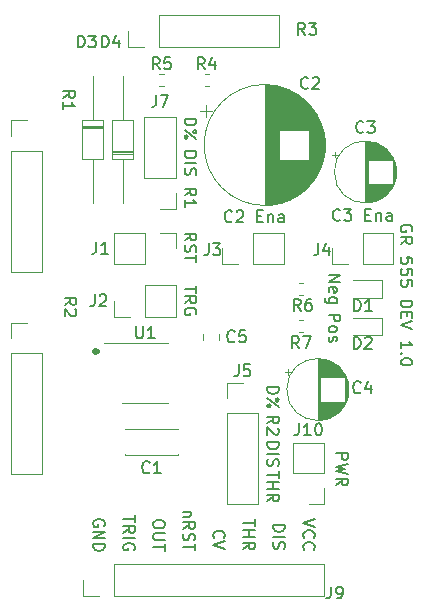
<source format=gbr>
G04 #@! TF.GenerationSoftware,KiCad,Pcbnew,(5.1.2-1)-1*
G04 #@! TF.CreationDate,2019-06-23T15:45:02-04:00*
G04 #@! TF.ProjectId,GR_555_DEV1.0,47525f35-3535-45f4-9445-56312e302e6b,rev?*
G04 #@! TF.SameCoordinates,Original*
G04 #@! TF.FileFunction,Legend,Top*
G04 #@! TF.FilePolarity,Positive*
%FSLAX46Y46*%
G04 Gerber Fmt 4.6, Leading zero omitted, Abs format (unit mm)*
G04 Created by KiCad (PCBNEW (5.1.2-1)-1) date 2019-06-23 15:45:02*
%MOMM*%
%LPD*%
G04 APERTURE LIST*
%ADD10C,0.381000*%
%ADD11C,0.200000*%
%ADD12C,0.120000*%
%ADD13C,0.150000*%
G04 APERTURE END LIST*
D10*
X174585085Y-92735400D02*
X174488323Y-92832161D01*
X174391561Y-92735400D01*
X174488323Y-92638638D01*
X174585085Y-92735400D01*
X174391561Y-92735400D01*
D11*
X192238333Y-65984380D02*
X191905000Y-65508190D01*
X191666904Y-65984380D02*
X191666904Y-64984380D01*
X192047857Y-64984380D01*
X192143095Y-65032000D01*
X192190714Y-65079619D01*
X192238333Y-65174857D01*
X192238333Y-65317714D01*
X192190714Y-65412952D01*
X192143095Y-65460571D01*
X192047857Y-65508190D01*
X191666904Y-65508190D01*
X192571666Y-64984380D02*
X193190714Y-64984380D01*
X192857380Y-65365333D01*
X193000238Y-65365333D01*
X193095476Y-65412952D01*
X193143095Y-65460571D01*
X193190714Y-65555809D01*
X193190714Y-65793904D01*
X193143095Y-65889142D01*
X193095476Y-65936761D01*
X193000238Y-65984380D01*
X192714523Y-65984380D01*
X192619285Y-65936761D01*
X192571666Y-65889142D01*
X182046619Y-73080666D02*
X183046619Y-73080666D01*
X183046619Y-73318761D01*
X182999000Y-73461619D01*
X182903761Y-73556857D01*
X182808523Y-73604476D01*
X182618047Y-73652095D01*
X182475190Y-73652095D01*
X182284714Y-73604476D01*
X182189476Y-73556857D01*
X182094238Y-73461619D01*
X182046619Y-73318761D01*
X182046619Y-73080666D01*
X182046619Y-74033047D02*
X183046619Y-74794952D01*
X183046619Y-74175904D02*
X182999000Y-74271142D01*
X182903761Y-74318761D01*
X182808523Y-74271142D01*
X182760904Y-74175904D01*
X182808523Y-74080666D01*
X182903761Y-74033047D01*
X182999000Y-74080666D01*
X183046619Y-74175904D01*
X182094238Y-74747333D02*
X182189476Y-74794952D01*
X182284714Y-74747333D01*
X182332333Y-74652095D01*
X182284714Y-74556857D01*
X182189476Y-74509238D01*
X182094238Y-74556857D01*
X182046619Y-74652095D01*
X182094238Y-74747333D01*
X182046619Y-79589333D02*
X182522809Y-79256000D01*
X182046619Y-79017904D02*
X183046619Y-79017904D01*
X183046619Y-79398857D01*
X182999000Y-79494095D01*
X182951380Y-79541714D01*
X182856142Y-79589333D01*
X182713285Y-79589333D01*
X182618047Y-79541714D01*
X182570428Y-79494095D01*
X182522809Y-79398857D01*
X182522809Y-79017904D01*
X182046619Y-80541714D02*
X182046619Y-79970285D01*
X182046619Y-80256000D02*
X183046619Y-80256000D01*
X182903761Y-80160761D01*
X182808523Y-80065523D01*
X182760904Y-79970285D01*
X189031619Y-95813666D02*
X190031619Y-95813666D01*
X190031619Y-96051761D01*
X189984000Y-96194619D01*
X189888761Y-96289857D01*
X189793523Y-96337476D01*
X189603047Y-96385095D01*
X189460190Y-96385095D01*
X189269714Y-96337476D01*
X189174476Y-96289857D01*
X189079238Y-96194619D01*
X189031619Y-96051761D01*
X189031619Y-95813666D01*
X189031619Y-96766047D02*
X190031619Y-97527952D01*
X190031619Y-96908904D02*
X189984000Y-97004142D01*
X189888761Y-97051761D01*
X189793523Y-97004142D01*
X189745904Y-96908904D01*
X189793523Y-96813666D01*
X189888761Y-96766047D01*
X189984000Y-96813666D01*
X190031619Y-96908904D01*
X189079238Y-97480333D02*
X189174476Y-97527952D01*
X189269714Y-97480333D01*
X189317333Y-97385095D01*
X189269714Y-97289857D01*
X189174476Y-97242238D01*
X189079238Y-97289857D01*
X189031619Y-97385095D01*
X189079238Y-97480333D01*
X194873619Y-101409666D02*
X195873619Y-101409666D01*
X195873619Y-101790619D01*
X195826000Y-101885857D01*
X195778380Y-101933476D01*
X195683142Y-101981095D01*
X195540285Y-101981095D01*
X195445047Y-101933476D01*
X195397428Y-101885857D01*
X195349809Y-101790619D01*
X195349809Y-101409666D01*
X195873619Y-102314428D02*
X194873619Y-102552523D01*
X195587904Y-102743000D01*
X194873619Y-102933476D01*
X195873619Y-103171571D01*
X194873619Y-104123952D02*
X195349809Y-103790619D01*
X194873619Y-103552523D02*
X195873619Y-103552523D01*
X195873619Y-103933476D01*
X195826000Y-104028714D01*
X195778380Y-104076333D01*
X195683142Y-104123952D01*
X195540285Y-104123952D01*
X195445047Y-104076333D01*
X195397428Y-104028714D01*
X195349809Y-103933476D01*
X195349809Y-103552523D01*
X190031619Y-102957476D02*
X190031619Y-103528904D01*
X189031619Y-103243190D02*
X190031619Y-103243190D01*
X189031619Y-103862238D02*
X190031619Y-103862238D01*
X189555428Y-103862238D02*
X189555428Y-104433666D01*
X189031619Y-104433666D02*
X190031619Y-104433666D01*
X189031619Y-105481285D02*
X189507809Y-105147952D01*
X189031619Y-104909857D02*
X190031619Y-104909857D01*
X190031619Y-105290809D01*
X189984000Y-105386047D01*
X189936380Y-105433666D01*
X189841142Y-105481285D01*
X189698285Y-105481285D01*
X189603047Y-105433666D01*
X189555428Y-105386047D01*
X189507809Y-105290809D01*
X189507809Y-104909857D01*
X189031619Y-98893333D02*
X189507809Y-98560000D01*
X189031619Y-98321904D02*
X190031619Y-98321904D01*
X190031619Y-98702857D01*
X189984000Y-98798095D01*
X189936380Y-98845714D01*
X189841142Y-98893333D01*
X189698285Y-98893333D01*
X189603047Y-98845714D01*
X189555428Y-98798095D01*
X189507809Y-98702857D01*
X189507809Y-98321904D01*
X189936380Y-99274285D02*
X189984000Y-99321904D01*
X190031619Y-99417142D01*
X190031619Y-99655238D01*
X189984000Y-99750476D01*
X189936380Y-99798095D01*
X189841142Y-99845714D01*
X189745904Y-99845714D01*
X189603047Y-99798095D01*
X189031619Y-99226666D01*
X189031619Y-99845714D01*
X189031619Y-100496809D02*
X190031619Y-100496809D01*
X190031619Y-100734904D01*
X189984000Y-100877761D01*
X189888761Y-100973000D01*
X189793523Y-101020619D01*
X189603047Y-101068238D01*
X189460190Y-101068238D01*
X189269714Y-101020619D01*
X189174476Y-100973000D01*
X189079238Y-100877761D01*
X189031619Y-100734904D01*
X189031619Y-100496809D01*
X189031619Y-101496809D02*
X190031619Y-101496809D01*
X189079238Y-101925380D02*
X189031619Y-102068238D01*
X189031619Y-102306333D01*
X189079238Y-102401571D01*
X189126857Y-102449190D01*
X189222095Y-102496809D01*
X189317333Y-102496809D01*
X189412571Y-102449190D01*
X189460190Y-102401571D01*
X189507809Y-102306333D01*
X189555428Y-102115857D01*
X189603047Y-102020619D01*
X189650666Y-101973000D01*
X189745904Y-101925380D01*
X189841142Y-101925380D01*
X189936380Y-101973000D01*
X189984000Y-102020619D01*
X190031619Y-102115857D01*
X190031619Y-102353952D01*
X189984000Y-102496809D01*
X195199238Y-81637142D02*
X195151619Y-81684761D01*
X195008761Y-81732380D01*
X194913523Y-81732380D01*
X194770666Y-81684761D01*
X194675428Y-81589523D01*
X194627809Y-81494285D01*
X194580190Y-81303809D01*
X194580190Y-81160952D01*
X194627809Y-80970476D01*
X194675428Y-80875238D01*
X194770666Y-80780000D01*
X194913523Y-80732380D01*
X195008761Y-80732380D01*
X195151619Y-80780000D01*
X195199238Y-80827619D01*
X195532571Y-80732380D02*
X196151619Y-80732380D01*
X195818285Y-81113333D01*
X195961142Y-81113333D01*
X196056380Y-81160952D01*
X196104000Y-81208571D01*
X196151619Y-81303809D01*
X196151619Y-81541904D01*
X196104000Y-81637142D01*
X196056380Y-81684761D01*
X195961142Y-81732380D01*
X195675428Y-81732380D01*
X195580190Y-81684761D01*
X195532571Y-81637142D01*
X197342095Y-81208571D02*
X197675428Y-81208571D01*
X197818285Y-81732380D02*
X197342095Y-81732380D01*
X197342095Y-80732380D01*
X197818285Y-80732380D01*
X198246857Y-81065714D02*
X198246857Y-81732380D01*
X198246857Y-81160952D02*
X198294476Y-81113333D01*
X198389714Y-81065714D01*
X198532571Y-81065714D01*
X198627809Y-81113333D01*
X198675428Y-81208571D01*
X198675428Y-81732380D01*
X199580190Y-81732380D02*
X199580190Y-81208571D01*
X199532571Y-81113333D01*
X199437333Y-81065714D01*
X199246857Y-81065714D01*
X199151619Y-81113333D01*
X199580190Y-81684761D02*
X199484952Y-81732380D01*
X199246857Y-81732380D01*
X199151619Y-81684761D01*
X199104000Y-81589523D01*
X199104000Y-81494285D01*
X199151619Y-81399047D01*
X199246857Y-81351428D01*
X199484952Y-81351428D01*
X199580190Y-81303809D01*
X186055238Y-81764142D02*
X186007619Y-81811761D01*
X185864761Y-81859380D01*
X185769523Y-81859380D01*
X185626666Y-81811761D01*
X185531428Y-81716523D01*
X185483809Y-81621285D01*
X185436190Y-81430809D01*
X185436190Y-81287952D01*
X185483809Y-81097476D01*
X185531428Y-81002238D01*
X185626666Y-80907000D01*
X185769523Y-80859380D01*
X185864761Y-80859380D01*
X186007619Y-80907000D01*
X186055238Y-80954619D01*
X186436190Y-80954619D02*
X186483809Y-80907000D01*
X186579047Y-80859380D01*
X186817142Y-80859380D01*
X186912380Y-80907000D01*
X186960000Y-80954619D01*
X187007619Y-81049857D01*
X187007619Y-81145095D01*
X186960000Y-81287952D01*
X186388571Y-81859380D01*
X187007619Y-81859380D01*
X188198095Y-81335571D02*
X188531428Y-81335571D01*
X188674285Y-81859380D02*
X188198095Y-81859380D01*
X188198095Y-80859380D01*
X188674285Y-80859380D01*
X189102857Y-81192714D02*
X189102857Y-81859380D01*
X189102857Y-81287952D02*
X189150476Y-81240333D01*
X189245714Y-81192714D01*
X189388571Y-81192714D01*
X189483809Y-81240333D01*
X189531428Y-81335571D01*
X189531428Y-81859380D01*
X190436190Y-81859380D02*
X190436190Y-81335571D01*
X190388571Y-81240333D01*
X190293333Y-81192714D01*
X190102857Y-81192714D01*
X190007619Y-81240333D01*
X190436190Y-81811761D02*
X190340952Y-81859380D01*
X190102857Y-81859380D01*
X190007619Y-81811761D01*
X189960000Y-81716523D01*
X189960000Y-81621285D01*
X190007619Y-81526047D01*
X190102857Y-81478428D01*
X190340952Y-81478428D01*
X190436190Y-81430809D01*
X183046619Y-87233285D02*
X183046619Y-87804714D01*
X182046619Y-87519000D02*
X183046619Y-87519000D01*
X182046619Y-88709476D02*
X182522809Y-88376142D01*
X182046619Y-88138047D02*
X183046619Y-88138047D01*
X183046619Y-88519000D01*
X182999000Y-88614238D01*
X182951380Y-88661857D01*
X182856142Y-88709476D01*
X182713285Y-88709476D01*
X182618047Y-88661857D01*
X182570428Y-88614238D01*
X182522809Y-88519000D01*
X182522809Y-88138047D01*
X182999000Y-89661857D02*
X183046619Y-89566619D01*
X183046619Y-89423761D01*
X182999000Y-89280904D01*
X182903761Y-89185666D01*
X182808523Y-89138047D01*
X182618047Y-89090428D01*
X182475190Y-89090428D01*
X182284714Y-89138047D01*
X182189476Y-89185666D01*
X182094238Y-89280904D01*
X182046619Y-89423761D01*
X182046619Y-89519000D01*
X182094238Y-89661857D01*
X182141857Y-89709476D01*
X182475190Y-89709476D01*
X182475190Y-89519000D01*
X182046619Y-83399380D02*
X182522809Y-83066047D01*
X182046619Y-82827952D02*
X183046619Y-82827952D01*
X183046619Y-83208904D01*
X182999000Y-83304142D01*
X182951380Y-83351761D01*
X182856142Y-83399380D01*
X182713285Y-83399380D01*
X182618047Y-83351761D01*
X182570428Y-83304142D01*
X182522809Y-83208904D01*
X182522809Y-82827952D01*
X182094238Y-83780333D02*
X182046619Y-83923190D01*
X182046619Y-84161285D01*
X182094238Y-84256523D01*
X182141857Y-84304142D01*
X182237095Y-84351761D01*
X182332333Y-84351761D01*
X182427571Y-84304142D01*
X182475190Y-84256523D01*
X182522809Y-84161285D01*
X182570428Y-83970809D01*
X182618047Y-83875571D01*
X182665666Y-83827952D01*
X182760904Y-83780333D01*
X182856142Y-83780333D01*
X182951380Y-83827952D01*
X182999000Y-83875571D01*
X183046619Y-83970809D01*
X183046619Y-84208904D01*
X182999000Y-84351761D01*
X183046619Y-84637476D02*
X183046619Y-85208904D01*
X182046619Y-84923190D02*
X183046619Y-84923190D01*
X171886619Y-88860333D02*
X172362809Y-88527000D01*
X171886619Y-88288904D02*
X172886619Y-88288904D01*
X172886619Y-88669857D01*
X172839000Y-88765095D01*
X172791380Y-88812714D01*
X172696142Y-88860333D01*
X172553285Y-88860333D01*
X172458047Y-88812714D01*
X172410428Y-88765095D01*
X172362809Y-88669857D01*
X172362809Y-88288904D01*
X172791380Y-89241285D02*
X172839000Y-89288904D01*
X172886619Y-89384142D01*
X172886619Y-89622238D01*
X172839000Y-89717476D01*
X172791380Y-89765095D01*
X172696142Y-89812714D01*
X172600904Y-89812714D01*
X172458047Y-89765095D01*
X171886619Y-89193666D01*
X171886619Y-89812714D01*
X171759619Y-71334333D02*
X172235809Y-71001000D01*
X171759619Y-70762904D02*
X172759619Y-70762904D01*
X172759619Y-71143857D01*
X172712000Y-71239095D01*
X172664380Y-71286714D01*
X172569142Y-71334333D01*
X172426285Y-71334333D01*
X172331047Y-71286714D01*
X172283428Y-71239095D01*
X172235809Y-71143857D01*
X172235809Y-70762904D01*
X171759619Y-72286714D02*
X171759619Y-71715285D01*
X171759619Y-72001000D02*
X172759619Y-72001000D01*
X172616761Y-71905761D01*
X172521523Y-71810523D01*
X172473904Y-71715285D01*
X182046619Y-75858809D02*
X183046619Y-75858809D01*
X183046619Y-76096904D01*
X182999000Y-76239761D01*
X182903761Y-76335000D01*
X182808523Y-76382619D01*
X182618047Y-76430238D01*
X182475190Y-76430238D01*
X182284714Y-76382619D01*
X182189476Y-76335000D01*
X182094238Y-76239761D01*
X182046619Y-76096904D01*
X182046619Y-75858809D01*
X182046619Y-76858809D02*
X183046619Y-76858809D01*
X182094238Y-77287380D02*
X182046619Y-77430238D01*
X182046619Y-77668333D01*
X182094238Y-77763571D01*
X182141857Y-77811190D01*
X182237095Y-77858809D01*
X182332333Y-77858809D01*
X182427571Y-77811190D01*
X182475190Y-77763571D01*
X182522809Y-77668333D01*
X182570428Y-77477857D01*
X182618047Y-77382619D01*
X182665666Y-77335000D01*
X182760904Y-77287380D01*
X182856142Y-77287380D01*
X182951380Y-77335000D01*
X182999000Y-77382619D01*
X183046619Y-77477857D01*
X183046619Y-77715952D01*
X182999000Y-77858809D01*
X194238619Y-89685952D02*
X195238619Y-89685952D01*
X195238619Y-90066904D01*
X195191000Y-90162142D01*
X195143380Y-90209761D01*
X195048142Y-90257380D01*
X194905285Y-90257380D01*
X194810047Y-90209761D01*
X194762428Y-90162142D01*
X194714809Y-90066904D01*
X194714809Y-89685952D01*
X194238619Y-90828809D02*
X194286238Y-90733571D01*
X194333857Y-90685952D01*
X194429095Y-90638333D01*
X194714809Y-90638333D01*
X194810047Y-90685952D01*
X194857666Y-90733571D01*
X194905285Y-90828809D01*
X194905285Y-90971666D01*
X194857666Y-91066904D01*
X194810047Y-91114523D01*
X194714809Y-91162142D01*
X194429095Y-91162142D01*
X194333857Y-91114523D01*
X194286238Y-91066904D01*
X194238619Y-90971666D01*
X194238619Y-90828809D01*
X194286238Y-91543095D02*
X194238619Y-91638333D01*
X194238619Y-91828809D01*
X194286238Y-91924047D01*
X194381476Y-91971666D01*
X194429095Y-91971666D01*
X194524333Y-91924047D01*
X194571952Y-91828809D01*
X194571952Y-91685952D01*
X194619571Y-91590714D01*
X194714809Y-91543095D01*
X194762428Y-91543095D01*
X194857666Y-91590714D01*
X194905285Y-91685952D01*
X194905285Y-91828809D01*
X194857666Y-91924047D01*
X194238619Y-86336333D02*
X195238619Y-86336333D01*
X194238619Y-86907761D01*
X195238619Y-86907761D01*
X194286238Y-87764904D02*
X194238619Y-87669666D01*
X194238619Y-87479190D01*
X194286238Y-87383952D01*
X194381476Y-87336333D01*
X194762428Y-87336333D01*
X194857666Y-87383952D01*
X194905285Y-87479190D01*
X194905285Y-87669666D01*
X194857666Y-87764904D01*
X194762428Y-87812523D01*
X194667190Y-87812523D01*
X194571952Y-87336333D01*
X194905285Y-88669666D02*
X194095761Y-88669666D01*
X194000523Y-88622047D01*
X193952904Y-88574428D01*
X193905285Y-88479190D01*
X193905285Y-88336333D01*
X193952904Y-88241095D01*
X194286238Y-88669666D02*
X194238619Y-88574428D01*
X194238619Y-88383952D01*
X194286238Y-88288714D01*
X194333857Y-88241095D01*
X194429095Y-88193476D01*
X194714809Y-88193476D01*
X194810047Y-88241095D01*
X194857666Y-88288714D01*
X194905285Y-88383952D01*
X194905285Y-88574428D01*
X194857666Y-88669666D01*
X193079619Y-106997666D02*
X192079619Y-107331000D01*
X193079619Y-107664333D01*
X192174857Y-108569095D02*
X192127238Y-108521476D01*
X192079619Y-108378619D01*
X192079619Y-108283380D01*
X192127238Y-108140523D01*
X192222476Y-108045285D01*
X192317714Y-107997666D01*
X192508190Y-107950047D01*
X192651047Y-107950047D01*
X192841523Y-107997666D01*
X192936761Y-108045285D01*
X193032000Y-108140523D01*
X193079619Y-108283380D01*
X193079619Y-108378619D01*
X193032000Y-108521476D01*
X192984380Y-108569095D01*
X192174857Y-109569095D02*
X192127238Y-109521476D01*
X192079619Y-109378619D01*
X192079619Y-109283380D01*
X192127238Y-109140523D01*
X192222476Y-109045285D01*
X192317714Y-108997666D01*
X192508190Y-108950047D01*
X192651047Y-108950047D01*
X192841523Y-108997666D01*
X192936761Y-109045285D01*
X193032000Y-109140523D01*
X193079619Y-109283380D01*
X193079619Y-109378619D01*
X193032000Y-109521476D01*
X192984380Y-109569095D01*
X189539619Y-107481809D02*
X190539619Y-107481809D01*
X190539619Y-107719904D01*
X190492000Y-107862761D01*
X190396761Y-107958000D01*
X190301523Y-108005619D01*
X190111047Y-108053238D01*
X189968190Y-108053238D01*
X189777714Y-108005619D01*
X189682476Y-107958000D01*
X189587238Y-107862761D01*
X189539619Y-107719904D01*
X189539619Y-107481809D01*
X189539619Y-108481809D02*
X190539619Y-108481809D01*
X189587238Y-108910380D02*
X189539619Y-109053238D01*
X189539619Y-109291333D01*
X189587238Y-109386571D01*
X189634857Y-109434190D01*
X189730095Y-109481809D01*
X189825333Y-109481809D01*
X189920571Y-109434190D01*
X189968190Y-109386571D01*
X190015809Y-109291333D01*
X190063428Y-109100857D01*
X190111047Y-109005619D01*
X190158666Y-108958000D01*
X190253904Y-108910380D01*
X190349142Y-108910380D01*
X190444380Y-108958000D01*
X190492000Y-109005619D01*
X190539619Y-109100857D01*
X190539619Y-109338952D01*
X190492000Y-109481809D01*
X187999619Y-107021476D02*
X187999619Y-107592904D01*
X186999619Y-107307190D02*
X187999619Y-107307190D01*
X186999619Y-107926238D02*
X187999619Y-107926238D01*
X187523428Y-107926238D02*
X187523428Y-108497666D01*
X186999619Y-108497666D02*
X187999619Y-108497666D01*
X186999619Y-109545285D02*
X187475809Y-109211952D01*
X186999619Y-108973857D02*
X187999619Y-108973857D01*
X187999619Y-109354809D01*
X187952000Y-109450047D01*
X187904380Y-109497666D01*
X187809142Y-109545285D01*
X187666285Y-109545285D01*
X187571047Y-109497666D01*
X187523428Y-109450047D01*
X187475809Y-109354809D01*
X187475809Y-108973857D01*
X184554857Y-108592952D02*
X184507238Y-108545333D01*
X184459619Y-108402476D01*
X184459619Y-108307238D01*
X184507238Y-108164380D01*
X184602476Y-108069142D01*
X184697714Y-108021523D01*
X184888190Y-107973904D01*
X185031047Y-107973904D01*
X185221523Y-108021523D01*
X185316761Y-108069142D01*
X185412000Y-108164380D01*
X185459619Y-108307238D01*
X185459619Y-108402476D01*
X185412000Y-108545333D01*
X185364380Y-108592952D01*
X185459619Y-108878666D02*
X184459619Y-109212000D01*
X185459619Y-109545333D01*
X182586285Y-106353171D02*
X181919619Y-106353171D01*
X182491047Y-106353171D02*
X182538666Y-106400790D01*
X182586285Y-106496028D01*
X182586285Y-106638885D01*
X182538666Y-106734123D01*
X182443428Y-106781742D01*
X181919619Y-106781742D01*
X181919619Y-107829361D02*
X182395809Y-107496028D01*
X181919619Y-107257933D02*
X182919619Y-107257933D01*
X182919619Y-107638885D01*
X182872000Y-107734123D01*
X182824380Y-107781742D01*
X182729142Y-107829361D01*
X182586285Y-107829361D01*
X182491047Y-107781742D01*
X182443428Y-107734123D01*
X182395809Y-107638885D01*
X182395809Y-107257933D01*
X181967238Y-108210314D02*
X181919619Y-108353171D01*
X181919619Y-108591266D01*
X181967238Y-108686504D01*
X182014857Y-108734123D01*
X182110095Y-108781742D01*
X182205333Y-108781742D01*
X182300571Y-108734123D01*
X182348190Y-108686504D01*
X182395809Y-108591266D01*
X182443428Y-108400790D01*
X182491047Y-108305552D01*
X182538666Y-108257933D01*
X182633904Y-108210314D01*
X182729142Y-108210314D01*
X182824380Y-108257933D01*
X182872000Y-108305552D01*
X182919619Y-108400790D01*
X182919619Y-108638885D01*
X182872000Y-108781742D01*
X182919619Y-109067457D02*
X182919619Y-109638885D01*
X181919619Y-109353171D02*
X182919619Y-109353171D01*
X180379619Y-107331000D02*
X180379619Y-107521476D01*
X180332000Y-107616714D01*
X180236761Y-107711952D01*
X180046285Y-107759571D01*
X179712952Y-107759571D01*
X179522476Y-107711952D01*
X179427238Y-107616714D01*
X179379619Y-107521476D01*
X179379619Y-107331000D01*
X179427238Y-107235761D01*
X179522476Y-107140523D01*
X179712952Y-107092904D01*
X180046285Y-107092904D01*
X180236761Y-107140523D01*
X180332000Y-107235761D01*
X180379619Y-107331000D01*
X180379619Y-108188142D02*
X179570095Y-108188142D01*
X179474857Y-108235761D01*
X179427238Y-108283380D01*
X179379619Y-108378619D01*
X179379619Y-108569095D01*
X179427238Y-108664333D01*
X179474857Y-108711952D01*
X179570095Y-108759571D01*
X180379619Y-108759571D01*
X180379619Y-109092904D02*
X180379619Y-109664333D01*
X179379619Y-109378619D02*
X180379619Y-109378619D01*
X177839619Y-106680190D02*
X177839619Y-107251619D01*
X176839619Y-106965904D02*
X177839619Y-106965904D01*
X176839619Y-108156380D02*
X177315809Y-107823047D01*
X176839619Y-107584952D02*
X177839619Y-107584952D01*
X177839619Y-107965904D01*
X177792000Y-108061142D01*
X177744380Y-108108761D01*
X177649142Y-108156380D01*
X177506285Y-108156380D01*
X177411047Y-108108761D01*
X177363428Y-108061142D01*
X177315809Y-107965904D01*
X177315809Y-107584952D01*
X176839619Y-108584952D02*
X177839619Y-108584952D01*
X177792000Y-109584952D02*
X177839619Y-109489714D01*
X177839619Y-109346857D01*
X177792000Y-109204000D01*
X177696761Y-109108761D01*
X177601523Y-109061142D01*
X177411047Y-109013523D01*
X177268190Y-109013523D01*
X177077714Y-109061142D01*
X176982476Y-109108761D01*
X176887238Y-109204000D01*
X176839619Y-109346857D01*
X176839619Y-109442095D01*
X176887238Y-109584952D01*
X176934857Y-109632571D01*
X177268190Y-109632571D01*
X177268190Y-109442095D01*
X175252000Y-107569095D02*
X175299619Y-107473857D01*
X175299619Y-107331000D01*
X175252000Y-107188142D01*
X175156761Y-107092904D01*
X175061523Y-107045285D01*
X174871047Y-106997666D01*
X174728190Y-106997666D01*
X174537714Y-107045285D01*
X174442476Y-107092904D01*
X174347238Y-107188142D01*
X174299619Y-107331000D01*
X174299619Y-107426238D01*
X174347238Y-107569095D01*
X174394857Y-107616714D01*
X174728190Y-107616714D01*
X174728190Y-107426238D01*
X174299619Y-108045285D02*
X175299619Y-108045285D01*
X174299619Y-108616714D01*
X175299619Y-108616714D01*
X174299619Y-109092904D02*
X175299619Y-109092904D01*
X175299619Y-109331000D01*
X175252000Y-109473857D01*
X175156761Y-109569095D01*
X175061523Y-109616714D01*
X174871047Y-109664333D01*
X174728190Y-109664333D01*
X174537714Y-109616714D01*
X174442476Y-109569095D01*
X174347238Y-109473857D01*
X174299619Y-109331000D01*
X174299619Y-109092904D01*
X201287000Y-82630047D02*
X201334619Y-82534809D01*
X201334619Y-82391952D01*
X201287000Y-82249095D01*
X201191761Y-82153857D01*
X201096523Y-82106238D01*
X200906047Y-82058619D01*
X200763190Y-82058619D01*
X200572714Y-82106238D01*
X200477476Y-82153857D01*
X200382238Y-82249095D01*
X200334619Y-82391952D01*
X200334619Y-82487190D01*
X200382238Y-82630047D01*
X200429857Y-82677666D01*
X200763190Y-82677666D01*
X200763190Y-82487190D01*
X200334619Y-83677666D02*
X200810809Y-83344333D01*
X200334619Y-83106238D02*
X201334619Y-83106238D01*
X201334619Y-83487190D01*
X201287000Y-83582428D01*
X201239380Y-83630047D01*
X201144142Y-83677666D01*
X201001285Y-83677666D01*
X200906047Y-83630047D01*
X200858428Y-83582428D01*
X200810809Y-83487190D01*
X200810809Y-83106238D01*
X201334619Y-85344333D02*
X201334619Y-84868142D01*
X200858428Y-84820523D01*
X200906047Y-84868142D01*
X200953666Y-84963380D01*
X200953666Y-85201476D01*
X200906047Y-85296714D01*
X200858428Y-85344333D01*
X200763190Y-85391952D01*
X200525095Y-85391952D01*
X200429857Y-85344333D01*
X200382238Y-85296714D01*
X200334619Y-85201476D01*
X200334619Y-84963380D01*
X200382238Y-84868142D01*
X200429857Y-84820523D01*
X201334619Y-86296714D02*
X201334619Y-85820523D01*
X200858428Y-85772904D01*
X200906047Y-85820523D01*
X200953666Y-85915761D01*
X200953666Y-86153857D01*
X200906047Y-86249095D01*
X200858428Y-86296714D01*
X200763190Y-86344333D01*
X200525095Y-86344333D01*
X200429857Y-86296714D01*
X200382238Y-86249095D01*
X200334619Y-86153857D01*
X200334619Y-85915761D01*
X200382238Y-85820523D01*
X200429857Y-85772904D01*
X201334619Y-87249095D02*
X201334619Y-86772904D01*
X200858428Y-86725285D01*
X200906047Y-86772904D01*
X200953666Y-86868142D01*
X200953666Y-87106238D01*
X200906047Y-87201476D01*
X200858428Y-87249095D01*
X200763190Y-87296714D01*
X200525095Y-87296714D01*
X200429857Y-87249095D01*
X200382238Y-87201476D01*
X200334619Y-87106238D01*
X200334619Y-86868142D01*
X200382238Y-86772904D01*
X200429857Y-86725285D01*
X200334619Y-88487190D02*
X201334619Y-88487190D01*
X201334619Y-88725285D01*
X201287000Y-88868142D01*
X201191761Y-88963380D01*
X201096523Y-89011000D01*
X200906047Y-89058619D01*
X200763190Y-89058619D01*
X200572714Y-89011000D01*
X200477476Y-88963380D01*
X200382238Y-88868142D01*
X200334619Y-88725285D01*
X200334619Y-88487190D01*
X200858428Y-89487190D02*
X200858428Y-89820523D01*
X200334619Y-89963380D02*
X200334619Y-89487190D01*
X201334619Y-89487190D01*
X201334619Y-89963380D01*
X201334619Y-90249095D02*
X200334619Y-90582428D01*
X201334619Y-90915761D01*
X200334619Y-92534809D02*
X200334619Y-91963380D01*
X200334619Y-92249095D02*
X201334619Y-92249095D01*
X201191761Y-92153857D01*
X201096523Y-92058619D01*
X201048904Y-91963380D01*
X200429857Y-92963380D02*
X200382238Y-93011000D01*
X200334619Y-92963380D01*
X200382238Y-92915761D01*
X200429857Y-92963380D01*
X200334619Y-92963380D01*
X201334619Y-93630047D02*
X201334619Y-93725285D01*
X201287000Y-93820523D01*
X201239380Y-93868142D01*
X201144142Y-93915761D01*
X200953666Y-93963380D01*
X200715571Y-93963380D01*
X200525095Y-93915761D01*
X200429857Y-93868142D01*
X200382238Y-93820523D01*
X200334619Y-93725285D01*
X200334619Y-93630047D01*
X200382238Y-93534809D01*
X200429857Y-93487190D01*
X200525095Y-93439571D01*
X200715571Y-93391952D01*
X200953666Y-93391952D01*
X201144142Y-93439571D01*
X201239380Y-93487190D01*
X201287000Y-93534809D01*
X201334619Y-93630047D01*
D12*
X183829354Y-71936000D02*
X183829354Y-72936000D01*
X183329354Y-72436000D02*
X184329354Y-72436000D01*
X193890000Y-74712000D02*
X193890000Y-75910000D01*
X193850000Y-74449000D02*
X193850000Y-76173000D01*
X193810000Y-74249000D02*
X193810000Y-76373000D01*
X193770000Y-74081000D02*
X193770000Y-76541000D01*
X193730000Y-73933000D02*
X193730000Y-76689000D01*
X193690000Y-73801000D02*
X193690000Y-76821000D01*
X193650000Y-73681000D02*
X193650000Y-76941000D01*
X193610000Y-73569000D02*
X193610000Y-77053000D01*
X193570000Y-73465000D02*
X193570000Y-77157000D01*
X193530000Y-73367000D02*
X193530000Y-77255000D01*
X193490000Y-73274000D02*
X193490000Y-77348000D01*
X193450000Y-73186000D02*
X193450000Y-77436000D01*
X193410000Y-73102000D02*
X193410000Y-77520000D01*
X193370000Y-73022000D02*
X193370000Y-77600000D01*
X193330000Y-72946000D02*
X193330000Y-77676000D01*
X193290000Y-72872000D02*
X193290000Y-77750000D01*
X193250000Y-72801000D02*
X193250000Y-77821000D01*
X193210000Y-72732000D02*
X193210000Y-77890000D01*
X193170000Y-72666000D02*
X193170000Y-77956000D01*
X193130000Y-72602000D02*
X193130000Y-78020000D01*
X193090000Y-72541000D02*
X193090000Y-78081000D01*
X193050000Y-72481000D02*
X193050000Y-78141000D01*
X193010000Y-72422000D02*
X193010000Y-78200000D01*
X192970000Y-72366000D02*
X192970000Y-78256000D01*
X192930000Y-72311000D02*
X192930000Y-78311000D01*
X192890000Y-72257000D02*
X192890000Y-78365000D01*
X192850000Y-72205000D02*
X192850000Y-78417000D01*
X192810000Y-72155000D02*
X192810000Y-78467000D01*
X192770000Y-72105000D02*
X192770000Y-78517000D01*
X192730000Y-72057000D02*
X192730000Y-78565000D01*
X192690000Y-72010000D02*
X192690000Y-78612000D01*
X192650000Y-71964000D02*
X192650000Y-78658000D01*
X192610000Y-71919000D02*
X192610000Y-78703000D01*
X192570000Y-71875000D02*
X192570000Y-78747000D01*
X192530000Y-76552000D02*
X192530000Y-78789000D01*
X192530000Y-71833000D02*
X192530000Y-74070000D01*
X192490000Y-76552000D02*
X192490000Y-78831000D01*
X192490000Y-71791000D02*
X192490000Y-74070000D01*
X192450000Y-76552000D02*
X192450000Y-78872000D01*
X192450000Y-71750000D02*
X192450000Y-74070000D01*
X192410000Y-76552000D02*
X192410000Y-78912000D01*
X192410000Y-71710000D02*
X192410000Y-74070000D01*
X192370000Y-76552000D02*
X192370000Y-78951000D01*
X192370000Y-71671000D02*
X192370000Y-74070000D01*
X192330000Y-76552000D02*
X192330000Y-78990000D01*
X192330000Y-71632000D02*
X192330000Y-74070000D01*
X192290000Y-76552000D02*
X192290000Y-79027000D01*
X192290000Y-71595000D02*
X192290000Y-74070000D01*
X192250000Y-76552000D02*
X192250000Y-79064000D01*
X192250000Y-71558000D02*
X192250000Y-74070000D01*
X192210000Y-76552000D02*
X192210000Y-79100000D01*
X192210000Y-71522000D02*
X192210000Y-74070000D01*
X192170000Y-76552000D02*
X192170000Y-79135000D01*
X192170000Y-71487000D02*
X192170000Y-74070000D01*
X192130000Y-76552000D02*
X192130000Y-79169000D01*
X192130000Y-71453000D02*
X192130000Y-74070000D01*
X192090000Y-76552000D02*
X192090000Y-79203000D01*
X192090000Y-71419000D02*
X192090000Y-74070000D01*
X192050000Y-76552000D02*
X192050000Y-79236000D01*
X192050000Y-71386000D02*
X192050000Y-74070000D01*
X192010000Y-76552000D02*
X192010000Y-79268000D01*
X192010000Y-71354000D02*
X192010000Y-74070000D01*
X191970000Y-76552000D02*
X191970000Y-79300000D01*
X191970000Y-71322000D02*
X191970000Y-74070000D01*
X191930000Y-76552000D02*
X191930000Y-79331000D01*
X191930000Y-71291000D02*
X191930000Y-74070000D01*
X191890000Y-76552000D02*
X191890000Y-79361000D01*
X191890000Y-71261000D02*
X191890000Y-74070000D01*
X191850000Y-76552000D02*
X191850000Y-79391000D01*
X191850000Y-71231000D02*
X191850000Y-74070000D01*
X191810000Y-76552000D02*
X191810000Y-79421000D01*
X191810000Y-71201000D02*
X191810000Y-74070000D01*
X191770000Y-76552000D02*
X191770000Y-79449000D01*
X191770000Y-71173000D02*
X191770000Y-74070000D01*
X191730000Y-76552000D02*
X191730000Y-79477000D01*
X191730000Y-71145000D02*
X191730000Y-74070000D01*
X191690000Y-76552000D02*
X191690000Y-79505000D01*
X191690000Y-71117000D02*
X191690000Y-74070000D01*
X191650000Y-76552000D02*
X191650000Y-79532000D01*
X191650000Y-71090000D02*
X191650000Y-74070000D01*
X191610000Y-76552000D02*
X191610000Y-79558000D01*
X191610000Y-71064000D02*
X191610000Y-74070000D01*
X191570000Y-76552000D02*
X191570000Y-79584000D01*
X191570000Y-71038000D02*
X191570000Y-74070000D01*
X191530000Y-76552000D02*
X191530000Y-79609000D01*
X191530000Y-71013000D02*
X191530000Y-74070000D01*
X191490000Y-76552000D02*
X191490000Y-79634000D01*
X191490000Y-70988000D02*
X191490000Y-74070000D01*
X191450000Y-76552000D02*
X191450000Y-79658000D01*
X191450000Y-70964000D02*
X191450000Y-74070000D01*
X191410000Y-76552000D02*
X191410000Y-79682000D01*
X191410000Y-70940000D02*
X191410000Y-74070000D01*
X191370000Y-76552000D02*
X191370000Y-79706000D01*
X191370000Y-70916000D02*
X191370000Y-74070000D01*
X191330000Y-76552000D02*
X191330000Y-79728000D01*
X191330000Y-70894000D02*
X191330000Y-74070000D01*
X191290000Y-76552000D02*
X191290000Y-79751000D01*
X191290000Y-70871000D02*
X191290000Y-74070000D01*
X191250000Y-76552000D02*
X191250000Y-79773000D01*
X191250000Y-70849000D02*
X191250000Y-74070000D01*
X191210000Y-76552000D02*
X191210000Y-79794000D01*
X191210000Y-70828000D02*
X191210000Y-74070000D01*
X191170000Y-76552000D02*
X191170000Y-79815000D01*
X191170000Y-70807000D02*
X191170000Y-74070000D01*
X191130000Y-76552000D02*
X191130000Y-79836000D01*
X191130000Y-70786000D02*
X191130000Y-74070000D01*
X191090000Y-76552000D02*
X191090000Y-79856000D01*
X191090000Y-70766000D02*
X191090000Y-74070000D01*
X191050000Y-76552000D02*
X191050000Y-79875000D01*
X191050000Y-70747000D02*
X191050000Y-74070000D01*
X191010000Y-76552000D02*
X191010000Y-79895000D01*
X191010000Y-70727000D02*
X191010000Y-74070000D01*
X190970000Y-76552000D02*
X190970000Y-79914000D01*
X190970000Y-70708000D02*
X190970000Y-74070000D01*
X190930000Y-76552000D02*
X190930000Y-79932000D01*
X190930000Y-70690000D02*
X190930000Y-74070000D01*
X190890000Y-76552000D02*
X190890000Y-79950000D01*
X190890000Y-70672000D02*
X190890000Y-74070000D01*
X190850000Y-76552000D02*
X190850000Y-79968000D01*
X190850000Y-70654000D02*
X190850000Y-74070000D01*
X190810000Y-76552000D02*
X190810000Y-79985000D01*
X190810000Y-70637000D02*
X190810000Y-74070000D01*
X190770000Y-76552000D02*
X190770000Y-80001000D01*
X190770000Y-70621000D02*
X190770000Y-74070000D01*
X190730000Y-76552000D02*
X190730000Y-80018000D01*
X190730000Y-70604000D02*
X190730000Y-74070000D01*
X190690000Y-76552000D02*
X190690000Y-80034000D01*
X190690000Y-70588000D02*
X190690000Y-74070000D01*
X190650000Y-76552000D02*
X190650000Y-80049000D01*
X190650000Y-70573000D02*
X190650000Y-74070000D01*
X190610000Y-76552000D02*
X190610000Y-80065000D01*
X190610000Y-70557000D02*
X190610000Y-74070000D01*
X190570000Y-76552000D02*
X190570000Y-80079000D01*
X190570000Y-70543000D02*
X190570000Y-74070000D01*
X190530000Y-76552000D02*
X190530000Y-80094000D01*
X190530000Y-70528000D02*
X190530000Y-74070000D01*
X190490000Y-76552000D02*
X190490000Y-80108000D01*
X190490000Y-70514000D02*
X190490000Y-74070000D01*
X190450000Y-76552000D02*
X190450000Y-80122000D01*
X190450000Y-70500000D02*
X190450000Y-74070000D01*
X190410000Y-76552000D02*
X190410000Y-80135000D01*
X190410000Y-70487000D02*
X190410000Y-74070000D01*
X190370000Y-76552000D02*
X190370000Y-80148000D01*
X190370000Y-70474000D02*
X190370000Y-74070000D01*
X190330000Y-76552000D02*
X190330000Y-80161000D01*
X190330000Y-70461000D02*
X190330000Y-74070000D01*
X190290000Y-76552000D02*
X190290000Y-80173000D01*
X190290000Y-70449000D02*
X190290000Y-74070000D01*
X190250000Y-76552000D02*
X190250000Y-80185000D01*
X190250000Y-70437000D02*
X190250000Y-74070000D01*
X190210000Y-76552000D02*
X190210000Y-80196000D01*
X190210000Y-70426000D02*
X190210000Y-74070000D01*
X190170000Y-76552000D02*
X190170000Y-80208000D01*
X190170000Y-70414000D02*
X190170000Y-74070000D01*
X190130000Y-76552000D02*
X190130000Y-80218000D01*
X190130000Y-70404000D02*
X190130000Y-74070000D01*
X190090000Y-76552000D02*
X190090000Y-80229000D01*
X190090000Y-70393000D02*
X190090000Y-74070000D01*
X190050000Y-70383000D02*
X190050000Y-80239000D01*
X190010000Y-70373000D02*
X190010000Y-80249000D01*
X189970000Y-70364000D02*
X189970000Y-80258000D01*
X189930000Y-70355000D02*
X189930000Y-80267000D01*
X189890000Y-70346000D02*
X189890000Y-80276000D01*
X189850000Y-70337000D02*
X189850000Y-80285000D01*
X189810000Y-70329000D02*
X189810000Y-80293000D01*
X189770000Y-70321000D02*
X189770000Y-80301000D01*
X189730000Y-70314000D02*
X189730000Y-80308000D01*
X189690000Y-70307000D02*
X189690000Y-80315000D01*
X189650000Y-70300000D02*
X189650000Y-80322000D01*
X189610000Y-70293000D02*
X189610000Y-80329000D01*
X189570000Y-70287000D02*
X189570000Y-80335000D01*
X189530000Y-70281000D02*
X189530000Y-80341000D01*
X189489000Y-70276000D02*
X189489000Y-80346000D01*
X189449000Y-70271000D02*
X189449000Y-80351000D01*
X189409000Y-70266000D02*
X189409000Y-80356000D01*
X189369000Y-70261000D02*
X189369000Y-80361000D01*
X189329000Y-70257000D02*
X189329000Y-80365000D01*
X189289000Y-70253000D02*
X189289000Y-80369000D01*
X189249000Y-70249000D02*
X189249000Y-80373000D01*
X189209000Y-70246000D02*
X189209000Y-80376000D01*
X189169000Y-70243000D02*
X189169000Y-80379000D01*
X189129000Y-70241000D02*
X189129000Y-80381000D01*
X189089000Y-70238000D02*
X189089000Y-80384000D01*
X189049000Y-70236000D02*
X189049000Y-80386000D01*
X189009000Y-70234000D02*
X189009000Y-80388000D01*
X188969000Y-70233000D02*
X188969000Y-80389000D01*
X188929000Y-70232000D02*
X188929000Y-80390000D01*
X188889000Y-70231000D02*
X188889000Y-80391000D01*
X188849000Y-70231000D02*
X188849000Y-80391000D01*
X188809000Y-70231000D02*
X188809000Y-80391000D01*
X193929000Y-75311000D02*
G75*
G03X193929000Y-75311000I-5120000J0D01*
G01*
X181289000Y-82744000D02*
X181289000Y-84074000D01*
X179959000Y-82744000D02*
X181289000Y-82744000D01*
X178689000Y-82744000D02*
X178689000Y-85404000D01*
X178689000Y-85404000D02*
X176089000Y-85404000D01*
X178689000Y-82744000D02*
X176089000Y-82744000D01*
X176089000Y-82744000D02*
X176089000Y-85404000D01*
X181289000Y-89849000D02*
X181289000Y-87189000D01*
X178689000Y-89849000D02*
X181289000Y-89849000D01*
X178689000Y-87189000D02*
X181289000Y-87189000D01*
X178689000Y-89849000D02*
X178689000Y-87189000D01*
X177419000Y-89849000D02*
X176089000Y-89849000D01*
X176089000Y-89849000D02*
X176089000Y-88519000D01*
X190433000Y-85404000D02*
X190433000Y-82744000D01*
X187833000Y-85404000D02*
X190433000Y-85404000D01*
X187833000Y-82744000D02*
X190433000Y-82744000D01*
X187833000Y-85404000D02*
X187833000Y-82744000D01*
X186563000Y-85404000D02*
X185233000Y-85404000D01*
X185233000Y-85404000D02*
X185233000Y-84074000D01*
X194504000Y-85404000D02*
X194504000Y-84074000D01*
X195834000Y-85404000D02*
X194504000Y-85404000D01*
X197104000Y-85404000D02*
X197104000Y-82744000D01*
X197104000Y-82744000D02*
X199704000Y-82744000D01*
X197104000Y-85404000D02*
X199704000Y-85404000D01*
X199704000Y-85404000D02*
X199704000Y-82744000D01*
X173422000Y-113471000D02*
X173422000Y-112141000D01*
X174752000Y-113471000D02*
X173422000Y-113471000D01*
X176022000Y-113471000D02*
X176022000Y-110811000D01*
X176022000Y-110811000D02*
X193862000Y-110811000D01*
X176022000Y-113471000D02*
X193862000Y-113471000D01*
X193862000Y-113471000D02*
X193862000Y-110811000D01*
X196318000Y-88238000D02*
X198778000Y-88238000D01*
X198778000Y-88238000D02*
X198778000Y-86768000D01*
X198778000Y-86768000D02*
X196318000Y-86768000D01*
X198764000Y-89943000D02*
X196304000Y-89943000D01*
X198764000Y-91413000D02*
X198764000Y-89943000D01*
X196304000Y-91413000D02*
X198764000Y-91413000D01*
X191739733Y-86993000D02*
X192082267Y-86993000D01*
X191739733Y-88013000D02*
X192082267Y-88013000D01*
X181507000Y-101527000D02*
X176967000Y-101527000D01*
X181507000Y-99387000D02*
X176967000Y-99387000D01*
X181507000Y-101527000D02*
X181507000Y-101512000D01*
X181507000Y-99402000D02*
X181507000Y-99387000D01*
X176967000Y-101527000D02*
X176967000Y-101512000D01*
X176967000Y-99402000D02*
X176967000Y-99387000D01*
X191739733Y-91188000D02*
X192082267Y-91188000D01*
X191739733Y-90168000D02*
X192082267Y-90168000D01*
X178689000Y-97175000D02*
X180639000Y-97175000D01*
X178689000Y-97175000D02*
X176739000Y-97175000D01*
X178689000Y-92055000D02*
X180639000Y-92055000D01*
X178689000Y-92055000D02*
X175239000Y-92055000D01*
X199958000Y-77597000D02*
G75*
G03X199958000Y-77597000I-2620000J0D01*
G01*
X197338000Y-75017000D02*
X197338000Y-80177000D01*
X197378000Y-75017000D02*
X197378000Y-80177000D01*
X197418000Y-75018000D02*
X197418000Y-80176000D01*
X197458000Y-75019000D02*
X197458000Y-80175000D01*
X197498000Y-75021000D02*
X197498000Y-80173000D01*
X197538000Y-75024000D02*
X197538000Y-80170000D01*
X197578000Y-75028000D02*
X197578000Y-76557000D01*
X197578000Y-78637000D02*
X197578000Y-80166000D01*
X197618000Y-75032000D02*
X197618000Y-76557000D01*
X197618000Y-78637000D02*
X197618000Y-80162000D01*
X197658000Y-75036000D02*
X197658000Y-76557000D01*
X197658000Y-78637000D02*
X197658000Y-80158000D01*
X197698000Y-75041000D02*
X197698000Y-76557000D01*
X197698000Y-78637000D02*
X197698000Y-80153000D01*
X197738000Y-75047000D02*
X197738000Y-76557000D01*
X197738000Y-78637000D02*
X197738000Y-80147000D01*
X197778000Y-75054000D02*
X197778000Y-76557000D01*
X197778000Y-78637000D02*
X197778000Y-80140000D01*
X197818000Y-75061000D02*
X197818000Y-76557000D01*
X197818000Y-78637000D02*
X197818000Y-80133000D01*
X197858000Y-75069000D02*
X197858000Y-76557000D01*
X197858000Y-78637000D02*
X197858000Y-80125000D01*
X197898000Y-75077000D02*
X197898000Y-76557000D01*
X197898000Y-78637000D02*
X197898000Y-80117000D01*
X197938000Y-75086000D02*
X197938000Y-76557000D01*
X197938000Y-78637000D02*
X197938000Y-80108000D01*
X197978000Y-75096000D02*
X197978000Y-76557000D01*
X197978000Y-78637000D02*
X197978000Y-80098000D01*
X198018000Y-75106000D02*
X198018000Y-76557000D01*
X198018000Y-78637000D02*
X198018000Y-80088000D01*
X198059000Y-75117000D02*
X198059000Y-76557000D01*
X198059000Y-78637000D02*
X198059000Y-80077000D01*
X198099000Y-75129000D02*
X198099000Y-76557000D01*
X198099000Y-78637000D02*
X198099000Y-80065000D01*
X198139000Y-75142000D02*
X198139000Y-76557000D01*
X198139000Y-78637000D02*
X198139000Y-80052000D01*
X198179000Y-75155000D02*
X198179000Y-76557000D01*
X198179000Y-78637000D02*
X198179000Y-80039000D01*
X198219000Y-75169000D02*
X198219000Y-76557000D01*
X198219000Y-78637000D02*
X198219000Y-80025000D01*
X198259000Y-75183000D02*
X198259000Y-76557000D01*
X198259000Y-78637000D02*
X198259000Y-80011000D01*
X198299000Y-75199000D02*
X198299000Y-76557000D01*
X198299000Y-78637000D02*
X198299000Y-79995000D01*
X198339000Y-75215000D02*
X198339000Y-76557000D01*
X198339000Y-78637000D02*
X198339000Y-79979000D01*
X198379000Y-75232000D02*
X198379000Y-76557000D01*
X198379000Y-78637000D02*
X198379000Y-79962000D01*
X198419000Y-75249000D02*
X198419000Y-76557000D01*
X198419000Y-78637000D02*
X198419000Y-79945000D01*
X198459000Y-75268000D02*
X198459000Y-76557000D01*
X198459000Y-78637000D02*
X198459000Y-79926000D01*
X198499000Y-75287000D02*
X198499000Y-76557000D01*
X198499000Y-78637000D02*
X198499000Y-79907000D01*
X198539000Y-75307000D02*
X198539000Y-76557000D01*
X198539000Y-78637000D02*
X198539000Y-79887000D01*
X198579000Y-75329000D02*
X198579000Y-76557000D01*
X198579000Y-78637000D02*
X198579000Y-79865000D01*
X198619000Y-75350000D02*
X198619000Y-76557000D01*
X198619000Y-78637000D02*
X198619000Y-79844000D01*
X198659000Y-75373000D02*
X198659000Y-76557000D01*
X198659000Y-78637000D02*
X198659000Y-79821000D01*
X198699000Y-75397000D02*
X198699000Y-76557000D01*
X198699000Y-78637000D02*
X198699000Y-79797000D01*
X198739000Y-75422000D02*
X198739000Y-76557000D01*
X198739000Y-78637000D02*
X198739000Y-79772000D01*
X198779000Y-75448000D02*
X198779000Y-76557000D01*
X198779000Y-78637000D02*
X198779000Y-79746000D01*
X198819000Y-75475000D02*
X198819000Y-76557000D01*
X198819000Y-78637000D02*
X198819000Y-79719000D01*
X198859000Y-75502000D02*
X198859000Y-76557000D01*
X198859000Y-78637000D02*
X198859000Y-79692000D01*
X198899000Y-75532000D02*
X198899000Y-76557000D01*
X198899000Y-78637000D02*
X198899000Y-79662000D01*
X198939000Y-75562000D02*
X198939000Y-76557000D01*
X198939000Y-78637000D02*
X198939000Y-79632000D01*
X198979000Y-75593000D02*
X198979000Y-76557000D01*
X198979000Y-78637000D02*
X198979000Y-79601000D01*
X199019000Y-75626000D02*
X199019000Y-76557000D01*
X199019000Y-78637000D02*
X199019000Y-79568000D01*
X199059000Y-75660000D02*
X199059000Y-76557000D01*
X199059000Y-78637000D02*
X199059000Y-79534000D01*
X199099000Y-75696000D02*
X199099000Y-76557000D01*
X199099000Y-78637000D02*
X199099000Y-79498000D01*
X199139000Y-75733000D02*
X199139000Y-76557000D01*
X199139000Y-78637000D02*
X199139000Y-79461000D01*
X199179000Y-75771000D02*
X199179000Y-76557000D01*
X199179000Y-78637000D02*
X199179000Y-79423000D01*
X199219000Y-75812000D02*
X199219000Y-76557000D01*
X199219000Y-78637000D02*
X199219000Y-79382000D01*
X199259000Y-75854000D02*
X199259000Y-76557000D01*
X199259000Y-78637000D02*
X199259000Y-79340000D01*
X199299000Y-75898000D02*
X199299000Y-76557000D01*
X199299000Y-78637000D02*
X199299000Y-79296000D01*
X199339000Y-75944000D02*
X199339000Y-76557000D01*
X199339000Y-78637000D02*
X199339000Y-79250000D01*
X199379000Y-75992000D02*
X199379000Y-76557000D01*
X199379000Y-78637000D02*
X199379000Y-79202000D01*
X199419000Y-76043000D02*
X199419000Y-76557000D01*
X199419000Y-78637000D02*
X199419000Y-79151000D01*
X199459000Y-76097000D02*
X199459000Y-76557000D01*
X199459000Y-78637000D02*
X199459000Y-79097000D01*
X199499000Y-76154000D02*
X199499000Y-76557000D01*
X199499000Y-78637000D02*
X199499000Y-79040000D01*
X199539000Y-76214000D02*
X199539000Y-76557000D01*
X199539000Y-78637000D02*
X199539000Y-78980000D01*
X199579000Y-76278000D02*
X199579000Y-76557000D01*
X199579000Y-78637000D02*
X199579000Y-78916000D01*
X199619000Y-76346000D02*
X199619000Y-76557000D01*
X199619000Y-78637000D02*
X199619000Y-78848000D01*
X199659000Y-76419000D02*
X199659000Y-78775000D01*
X199699000Y-76499000D02*
X199699000Y-78695000D01*
X199739000Y-76586000D02*
X199739000Y-78608000D01*
X199779000Y-76682000D02*
X199779000Y-78512000D01*
X199819000Y-76792000D02*
X199819000Y-78402000D01*
X199859000Y-76920000D02*
X199859000Y-78274000D01*
X199899000Y-77079000D02*
X199899000Y-78115000D01*
X199939000Y-77313000D02*
X199939000Y-77881000D01*
X194533225Y-76122000D02*
X195033225Y-76122000D01*
X194783225Y-75872000D02*
X194783225Y-76372000D01*
X190759225Y-94287000D02*
X190759225Y-94787000D01*
X190509225Y-94537000D02*
X191009225Y-94537000D01*
X195915000Y-95728000D02*
X195915000Y-96296000D01*
X195875000Y-95494000D02*
X195875000Y-96530000D01*
X195835000Y-95335000D02*
X195835000Y-96689000D01*
X195795000Y-95207000D02*
X195795000Y-96817000D01*
X195755000Y-95097000D02*
X195755000Y-96927000D01*
X195715000Y-95001000D02*
X195715000Y-97023000D01*
X195675000Y-94914000D02*
X195675000Y-97110000D01*
X195635000Y-94834000D02*
X195635000Y-97190000D01*
X195595000Y-97052000D02*
X195595000Y-97263000D01*
X195595000Y-94761000D02*
X195595000Y-94972000D01*
X195555000Y-97052000D02*
X195555000Y-97331000D01*
X195555000Y-94693000D02*
X195555000Y-94972000D01*
X195515000Y-97052000D02*
X195515000Y-97395000D01*
X195515000Y-94629000D02*
X195515000Y-94972000D01*
X195475000Y-97052000D02*
X195475000Y-97455000D01*
X195475000Y-94569000D02*
X195475000Y-94972000D01*
X195435000Y-97052000D02*
X195435000Y-97512000D01*
X195435000Y-94512000D02*
X195435000Y-94972000D01*
X195395000Y-97052000D02*
X195395000Y-97566000D01*
X195395000Y-94458000D02*
X195395000Y-94972000D01*
X195355000Y-97052000D02*
X195355000Y-97617000D01*
X195355000Y-94407000D02*
X195355000Y-94972000D01*
X195315000Y-97052000D02*
X195315000Y-97665000D01*
X195315000Y-94359000D02*
X195315000Y-94972000D01*
X195275000Y-97052000D02*
X195275000Y-97711000D01*
X195275000Y-94313000D02*
X195275000Y-94972000D01*
X195235000Y-97052000D02*
X195235000Y-97755000D01*
X195235000Y-94269000D02*
X195235000Y-94972000D01*
X195195000Y-97052000D02*
X195195000Y-97797000D01*
X195195000Y-94227000D02*
X195195000Y-94972000D01*
X195155000Y-97052000D02*
X195155000Y-97838000D01*
X195155000Y-94186000D02*
X195155000Y-94972000D01*
X195115000Y-97052000D02*
X195115000Y-97876000D01*
X195115000Y-94148000D02*
X195115000Y-94972000D01*
X195075000Y-97052000D02*
X195075000Y-97913000D01*
X195075000Y-94111000D02*
X195075000Y-94972000D01*
X195035000Y-97052000D02*
X195035000Y-97949000D01*
X195035000Y-94075000D02*
X195035000Y-94972000D01*
X194995000Y-97052000D02*
X194995000Y-97983000D01*
X194995000Y-94041000D02*
X194995000Y-94972000D01*
X194955000Y-97052000D02*
X194955000Y-98016000D01*
X194955000Y-94008000D02*
X194955000Y-94972000D01*
X194915000Y-97052000D02*
X194915000Y-98047000D01*
X194915000Y-93977000D02*
X194915000Y-94972000D01*
X194875000Y-97052000D02*
X194875000Y-98077000D01*
X194875000Y-93947000D02*
X194875000Y-94972000D01*
X194835000Y-97052000D02*
X194835000Y-98107000D01*
X194835000Y-93917000D02*
X194835000Y-94972000D01*
X194795000Y-97052000D02*
X194795000Y-98134000D01*
X194795000Y-93890000D02*
X194795000Y-94972000D01*
X194755000Y-97052000D02*
X194755000Y-98161000D01*
X194755000Y-93863000D02*
X194755000Y-94972000D01*
X194715000Y-97052000D02*
X194715000Y-98187000D01*
X194715000Y-93837000D02*
X194715000Y-94972000D01*
X194675000Y-97052000D02*
X194675000Y-98212000D01*
X194675000Y-93812000D02*
X194675000Y-94972000D01*
X194635000Y-97052000D02*
X194635000Y-98236000D01*
X194635000Y-93788000D02*
X194635000Y-94972000D01*
X194595000Y-97052000D02*
X194595000Y-98259000D01*
X194595000Y-93765000D02*
X194595000Y-94972000D01*
X194555000Y-97052000D02*
X194555000Y-98280000D01*
X194555000Y-93744000D02*
X194555000Y-94972000D01*
X194515000Y-97052000D02*
X194515000Y-98302000D01*
X194515000Y-93722000D02*
X194515000Y-94972000D01*
X194475000Y-97052000D02*
X194475000Y-98322000D01*
X194475000Y-93702000D02*
X194475000Y-94972000D01*
X194435000Y-97052000D02*
X194435000Y-98341000D01*
X194435000Y-93683000D02*
X194435000Y-94972000D01*
X194395000Y-97052000D02*
X194395000Y-98360000D01*
X194395000Y-93664000D02*
X194395000Y-94972000D01*
X194355000Y-97052000D02*
X194355000Y-98377000D01*
X194355000Y-93647000D02*
X194355000Y-94972000D01*
X194315000Y-97052000D02*
X194315000Y-98394000D01*
X194315000Y-93630000D02*
X194315000Y-94972000D01*
X194275000Y-97052000D02*
X194275000Y-98410000D01*
X194275000Y-93614000D02*
X194275000Y-94972000D01*
X194235000Y-97052000D02*
X194235000Y-98426000D01*
X194235000Y-93598000D02*
X194235000Y-94972000D01*
X194195000Y-97052000D02*
X194195000Y-98440000D01*
X194195000Y-93584000D02*
X194195000Y-94972000D01*
X194155000Y-97052000D02*
X194155000Y-98454000D01*
X194155000Y-93570000D02*
X194155000Y-94972000D01*
X194115000Y-97052000D02*
X194115000Y-98467000D01*
X194115000Y-93557000D02*
X194115000Y-94972000D01*
X194075000Y-97052000D02*
X194075000Y-98480000D01*
X194075000Y-93544000D02*
X194075000Y-94972000D01*
X194035000Y-97052000D02*
X194035000Y-98492000D01*
X194035000Y-93532000D02*
X194035000Y-94972000D01*
X193994000Y-97052000D02*
X193994000Y-98503000D01*
X193994000Y-93521000D02*
X193994000Y-94972000D01*
X193954000Y-97052000D02*
X193954000Y-98513000D01*
X193954000Y-93511000D02*
X193954000Y-94972000D01*
X193914000Y-97052000D02*
X193914000Y-98523000D01*
X193914000Y-93501000D02*
X193914000Y-94972000D01*
X193874000Y-97052000D02*
X193874000Y-98532000D01*
X193874000Y-93492000D02*
X193874000Y-94972000D01*
X193834000Y-97052000D02*
X193834000Y-98540000D01*
X193834000Y-93484000D02*
X193834000Y-94972000D01*
X193794000Y-97052000D02*
X193794000Y-98548000D01*
X193794000Y-93476000D02*
X193794000Y-94972000D01*
X193754000Y-97052000D02*
X193754000Y-98555000D01*
X193754000Y-93469000D02*
X193754000Y-94972000D01*
X193714000Y-97052000D02*
X193714000Y-98562000D01*
X193714000Y-93462000D02*
X193714000Y-94972000D01*
X193674000Y-97052000D02*
X193674000Y-98568000D01*
X193674000Y-93456000D02*
X193674000Y-94972000D01*
X193634000Y-97052000D02*
X193634000Y-98573000D01*
X193634000Y-93451000D02*
X193634000Y-94972000D01*
X193594000Y-97052000D02*
X193594000Y-98577000D01*
X193594000Y-93447000D02*
X193594000Y-94972000D01*
X193554000Y-97052000D02*
X193554000Y-98581000D01*
X193554000Y-93443000D02*
X193554000Y-94972000D01*
X193514000Y-93439000D02*
X193514000Y-98585000D01*
X193474000Y-93436000D02*
X193474000Y-98588000D01*
X193434000Y-93434000D02*
X193434000Y-98590000D01*
X193394000Y-93433000D02*
X193394000Y-98591000D01*
X193354000Y-93432000D02*
X193354000Y-98592000D01*
X193314000Y-93432000D02*
X193314000Y-98592000D01*
X195934000Y-96012000D02*
G75*
G03X195934000Y-96012000I-2620000J0D01*
G01*
X193862000Y-100524000D02*
X191202000Y-100524000D01*
X193862000Y-103124000D02*
X193862000Y-100524000D01*
X191202000Y-103124000D02*
X191202000Y-100524000D01*
X193862000Y-103124000D02*
X191202000Y-103124000D01*
X193862000Y-104394000D02*
X193862000Y-105724000D01*
X193862000Y-105724000D02*
X192532000Y-105724000D01*
X183567000Y-91828252D02*
X183567000Y-91305748D01*
X184987000Y-91828252D02*
X184987000Y-91305748D01*
X184081267Y-70360000D02*
X183738733Y-70360000D01*
X184081267Y-69340000D02*
X183738733Y-69340000D01*
X180257267Y-69340000D02*
X179914733Y-69340000D01*
X180257267Y-70360000D02*
X179914733Y-70360000D01*
X175164000Y-73669800D02*
X173324000Y-73669800D01*
X175164000Y-73909800D02*
X173324000Y-73909800D01*
X175164000Y-73789800D02*
X173324000Y-73789800D01*
X174244000Y-80213800D02*
X174244000Y-76493800D01*
X174244000Y-69493800D02*
X174244000Y-73213800D01*
X175164000Y-76493800D02*
X175164000Y-73213800D01*
X173324000Y-76493800D02*
X175164000Y-76493800D01*
X173324000Y-73213800D02*
X173324000Y-76493800D01*
X175164000Y-73213800D02*
X173324000Y-73213800D01*
X175864000Y-76493800D02*
X177704000Y-76493800D01*
X177704000Y-76493800D02*
X177704000Y-73213800D01*
X177704000Y-73213800D02*
X175864000Y-73213800D01*
X175864000Y-73213800D02*
X175864000Y-76493800D01*
X176784000Y-80213800D02*
X176784000Y-76493800D01*
X176784000Y-69493800D02*
X176784000Y-73213800D01*
X175864000Y-75917800D02*
X177704000Y-75917800D01*
X175864000Y-75797800D02*
X177704000Y-75797800D01*
X175864000Y-76037800D02*
X177704000Y-76037800D01*
X185614000Y-105724000D02*
X188274000Y-105724000D01*
X185614000Y-98044000D02*
X185614000Y-105724000D01*
X188274000Y-98044000D02*
X188274000Y-105724000D01*
X185614000Y-98044000D02*
X188274000Y-98044000D01*
X185614000Y-96774000D02*
X185614000Y-95444000D01*
X185614000Y-95444000D02*
X186944000Y-95444000D01*
X181289000Y-72965000D02*
X178629000Y-72965000D01*
X181289000Y-78105000D02*
X181289000Y-72965000D01*
X178629000Y-78105000D02*
X178629000Y-72965000D01*
X181289000Y-78105000D02*
X178629000Y-78105000D01*
X181289000Y-79375000D02*
X181289000Y-80705000D01*
X181289000Y-80705000D02*
X179959000Y-80705000D01*
X167326000Y-73219000D02*
X168656000Y-73219000D01*
X167326000Y-74549000D02*
X167326000Y-73219000D01*
X167326000Y-75819000D02*
X169986000Y-75819000D01*
X169986000Y-75819000D02*
X169986000Y-86039000D01*
X167326000Y-75819000D02*
X167326000Y-86039000D01*
X167326000Y-86039000D02*
X169986000Y-86039000D01*
X167326000Y-90364000D02*
X168656000Y-90364000D01*
X167326000Y-91694000D02*
X167326000Y-90364000D01*
X167326000Y-92964000D02*
X169986000Y-92964000D01*
X169986000Y-92964000D02*
X169986000Y-103184000D01*
X167326000Y-92964000D02*
X167326000Y-103184000D01*
X167326000Y-103184000D02*
X169986000Y-103184000D01*
X190052000Y-66989000D02*
X190052000Y-64329000D01*
X179832000Y-66989000D02*
X190052000Y-66989000D01*
X179832000Y-64329000D02*
X190052000Y-64329000D01*
X179832000Y-66989000D02*
X179832000Y-64329000D01*
X178562000Y-66989000D02*
X177232000Y-66989000D01*
X177232000Y-66989000D02*
X177232000Y-65659000D01*
D13*
X192492333Y-70461142D02*
X192444714Y-70508761D01*
X192301857Y-70556380D01*
X192206619Y-70556380D01*
X192063761Y-70508761D01*
X191968523Y-70413523D01*
X191920904Y-70318285D01*
X191873285Y-70127809D01*
X191873285Y-69984952D01*
X191920904Y-69794476D01*
X191968523Y-69699238D01*
X192063761Y-69604000D01*
X192206619Y-69556380D01*
X192301857Y-69556380D01*
X192444714Y-69604000D01*
X192492333Y-69651619D01*
X192873285Y-69651619D02*
X192920904Y-69604000D01*
X193016142Y-69556380D01*
X193254238Y-69556380D01*
X193349476Y-69604000D01*
X193397095Y-69651619D01*
X193444714Y-69746857D01*
X193444714Y-69842095D01*
X193397095Y-69984952D01*
X192825666Y-70556380D01*
X193444714Y-70556380D01*
X174545666Y-83526380D02*
X174545666Y-84240666D01*
X174498047Y-84383523D01*
X174402809Y-84478761D01*
X174259952Y-84526380D01*
X174164714Y-84526380D01*
X175545666Y-84526380D02*
X174974238Y-84526380D01*
X175259952Y-84526380D02*
X175259952Y-83526380D01*
X175164714Y-83669238D01*
X175069476Y-83764476D01*
X174974238Y-83812095D01*
X174418666Y-87971380D02*
X174418666Y-88685666D01*
X174371047Y-88828523D01*
X174275809Y-88923761D01*
X174132952Y-88971380D01*
X174037714Y-88971380D01*
X174847238Y-88066619D02*
X174894857Y-88019000D01*
X174990095Y-87971380D01*
X175228190Y-87971380D01*
X175323428Y-88019000D01*
X175371047Y-88066619D01*
X175418666Y-88161857D01*
X175418666Y-88257095D01*
X175371047Y-88399952D01*
X174799619Y-88971380D01*
X175418666Y-88971380D01*
X184070666Y-83653380D02*
X184070666Y-84367666D01*
X184023047Y-84510523D01*
X183927809Y-84605761D01*
X183784952Y-84653380D01*
X183689714Y-84653380D01*
X184451619Y-83653380D02*
X185070666Y-83653380D01*
X184737333Y-84034333D01*
X184880190Y-84034333D01*
X184975428Y-84081952D01*
X185023047Y-84129571D01*
X185070666Y-84224809D01*
X185070666Y-84462904D01*
X185023047Y-84558142D01*
X184975428Y-84605761D01*
X184880190Y-84653380D01*
X184594476Y-84653380D01*
X184499238Y-84605761D01*
X184451619Y-84558142D01*
X193341666Y-83653380D02*
X193341666Y-84367666D01*
X193294047Y-84510523D01*
X193198809Y-84605761D01*
X193055952Y-84653380D01*
X192960714Y-84653380D01*
X194246428Y-83986714D02*
X194246428Y-84653380D01*
X194008333Y-83605761D02*
X193770238Y-84320047D01*
X194389285Y-84320047D01*
X194433866Y-112710980D02*
X194433866Y-113425266D01*
X194386247Y-113568123D01*
X194291009Y-113663361D01*
X194148152Y-113710980D01*
X194052914Y-113710980D01*
X194957676Y-113710980D02*
X195148152Y-113710980D01*
X195243390Y-113663361D01*
X195291009Y-113615742D01*
X195386247Y-113472885D01*
X195433866Y-113282409D01*
X195433866Y-112901457D01*
X195386247Y-112806219D01*
X195338628Y-112758600D01*
X195243390Y-112710980D01*
X195052914Y-112710980D01*
X194957676Y-112758600D01*
X194910057Y-112806219D01*
X194862438Y-112901457D01*
X194862438Y-113139552D01*
X194910057Y-113234790D01*
X194957676Y-113282409D01*
X195052914Y-113330028D01*
X195243390Y-113330028D01*
X195338628Y-113282409D01*
X195386247Y-113234790D01*
X195433866Y-113139552D01*
X196379904Y-89385380D02*
X196379904Y-88385380D01*
X196618000Y-88385380D01*
X196760857Y-88433000D01*
X196856095Y-88528238D01*
X196903714Y-88623476D01*
X196951333Y-88813952D01*
X196951333Y-88956809D01*
X196903714Y-89147285D01*
X196856095Y-89242523D01*
X196760857Y-89337761D01*
X196618000Y-89385380D01*
X196379904Y-89385380D01*
X197903714Y-89385380D02*
X197332285Y-89385380D01*
X197618000Y-89385380D02*
X197618000Y-88385380D01*
X197522761Y-88528238D01*
X197427523Y-88623476D01*
X197332285Y-88671095D01*
X196365904Y-92560380D02*
X196365904Y-91560380D01*
X196604000Y-91560380D01*
X196746857Y-91608000D01*
X196842095Y-91703238D01*
X196889714Y-91798476D01*
X196937333Y-91988952D01*
X196937333Y-92131809D01*
X196889714Y-92322285D01*
X196842095Y-92417523D01*
X196746857Y-92512761D01*
X196604000Y-92560380D01*
X196365904Y-92560380D01*
X197318285Y-91655619D02*
X197365904Y-91608000D01*
X197461142Y-91560380D01*
X197699238Y-91560380D01*
X197794476Y-91608000D01*
X197842095Y-91655619D01*
X197889714Y-91750857D01*
X197889714Y-91846095D01*
X197842095Y-91988952D01*
X197270666Y-92560380D01*
X197889714Y-92560380D01*
X191857333Y-89352380D02*
X191524000Y-88876190D01*
X191285904Y-89352380D02*
X191285904Y-88352380D01*
X191666857Y-88352380D01*
X191762095Y-88400000D01*
X191809714Y-88447619D01*
X191857333Y-88542857D01*
X191857333Y-88685714D01*
X191809714Y-88780952D01*
X191762095Y-88828571D01*
X191666857Y-88876190D01*
X191285904Y-88876190D01*
X192714476Y-88352380D02*
X192524000Y-88352380D01*
X192428761Y-88400000D01*
X192381142Y-88447619D01*
X192285904Y-88590476D01*
X192238285Y-88780952D01*
X192238285Y-89161904D01*
X192285904Y-89257142D01*
X192333523Y-89304761D01*
X192428761Y-89352380D01*
X192619238Y-89352380D01*
X192714476Y-89304761D01*
X192762095Y-89257142D01*
X192809714Y-89161904D01*
X192809714Y-88923809D01*
X192762095Y-88828571D01*
X192714476Y-88780952D01*
X192619238Y-88733333D01*
X192428761Y-88733333D01*
X192333523Y-88780952D01*
X192285904Y-88828571D01*
X192238285Y-88923809D01*
X179070333Y-103014142D02*
X179022714Y-103061761D01*
X178879857Y-103109380D01*
X178784619Y-103109380D01*
X178641761Y-103061761D01*
X178546523Y-102966523D01*
X178498904Y-102871285D01*
X178451285Y-102680809D01*
X178451285Y-102537952D01*
X178498904Y-102347476D01*
X178546523Y-102252238D01*
X178641761Y-102157000D01*
X178784619Y-102109380D01*
X178879857Y-102109380D01*
X179022714Y-102157000D01*
X179070333Y-102204619D01*
X180022714Y-103109380D02*
X179451285Y-103109380D01*
X179737000Y-103109380D02*
X179737000Y-102109380D01*
X179641761Y-102252238D01*
X179546523Y-102347476D01*
X179451285Y-102395095D01*
X191730333Y-92527380D02*
X191397000Y-92051190D01*
X191158904Y-92527380D02*
X191158904Y-91527380D01*
X191539857Y-91527380D01*
X191635095Y-91575000D01*
X191682714Y-91622619D01*
X191730333Y-91717857D01*
X191730333Y-91860714D01*
X191682714Y-91955952D01*
X191635095Y-92003571D01*
X191539857Y-92051190D01*
X191158904Y-92051190D01*
X192063666Y-91527380D02*
X192730333Y-91527380D01*
X192301761Y-92527380D01*
X177927095Y-90667380D02*
X177927095Y-91476904D01*
X177974714Y-91572142D01*
X178022333Y-91619761D01*
X178117571Y-91667380D01*
X178308047Y-91667380D01*
X178403285Y-91619761D01*
X178450904Y-91572142D01*
X178498523Y-91476904D01*
X178498523Y-90667380D01*
X179498523Y-91667380D02*
X178927095Y-91667380D01*
X179212809Y-91667380D02*
X179212809Y-90667380D01*
X179117571Y-90810238D01*
X179022333Y-90905476D01*
X178927095Y-90953095D01*
X197171333Y-74204142D02*
X197123714Y-74251761D01*
X196980857Y-74299380D01*
X196885619Y-74299380D01*
X196742761Y-74251761D01*
X196647523Y-74156523D01*
X196599904Y-74061285D01*
X196552285Y-73870809D01*
X196552285Y-73727952D01*
X196599904Y-73537476D01*
X196647523Y-73442238D01*
X196742761Y-73347000D01*
X196885619Y-73299380D01*
X196980857Y-73299380D01*
X197123714Y-73347000D01*
X197171333Y-73394619D01*
X197504666Y-73299380D02*
X198123714Y-73299380D01*
X197790380Y-73680333D01*
X197933238Y-73680333D01*
X198028476Y-73727952D01*
X198076095Y-73775571D01*
X198123714Y-73870809D01*
X198123714Y-74108904D01*
X198076095Y-74204142D01*
X198028476Y-74251761D01*
X197933238Y-74299380D01*
X197647523Y-74299380D01*
X197552285Y-74251761D01*
X197504666Y-74204142D01*
X196937333Y-96242142D02*
X196889714Y-96289761D01*
X196746857Y-96337380D01*
X196651619Y-96337380D01*
X196508761Y-96289761D01*
X196413523Y-96194523D01*
X196365904Y-96099285D01*
X196318285Y-95908809D01*
X196318285Y-95765952D01*
X196365904Y-95575476D01*
X196413523Y-95480238D01*
X196508761Y-95385000D01*
X196651619Y-95337380D01*
X196746857Y-95337380D01*
X196889714Y-95385000D01*
X196937333Y-95432619D01*
X197794476Y-95670714D02*
X197794476Y-96337380D01*
X197556380Y-95289761D02*
X197318285Y-96004047D01*
X197937333Y-96004047D01*
X191722476Y-98893380D02*
X191722476Y-99607666D01*
X191674857Y-99750523D01*
X191579619Y-99845761D01*
X191436761Y-99893380D01*
X191341523Y-99893380D01*
X192722476Y-99893380D02*
X192151047Y-99893380D01*
X192436761Y-99893380D02*
X192436761Y-98893380D01*
X192341523Y-99036238D01*
X192246285Y-99131476D01*
X192151047Y-99179095D01*
X193341523Y-98893380D02*
X193436761Y-98893380D01*
X193532000Y-98941000D01*
X193579619Y-98988619D01*
X193627238Y-99083857D01*
X193674857Y-99274333D01*
X193674857Y-99512428D01*
X193627238Y-99702904D01*
X193579619Y-99798142D01*
X193532000Y-99845761D01*
X193436761Y-99893380D01*
X193341523Y-99893380D01*
X193246285Y-99845761D01*
X193198666Y-99798142D01*
X193151047Y-99702904D01*
X193103428Y-99512428D01*
X193103428Y-99274333D01*
X193151047Y-99083857D01*
X193198666Y-98988619D01*
X193246285Y-98941000D01*
X193341523Y-98893380D01*
X186269333Y-91924142D02*
X186221714Y-91971761D01*
X186078857Y-92019380D01*
X185983619Y-92019380D01*
X185840761Y-91971761D01*
X185745523Y-91876523D01*
X185697904Y-91781285D01*
X185650285Y-91590809D01*
X185650285Y-91447952D01*
X185697904Y-91257476D01*
X185745523Y-91162238D01*
X185840761Y-91067000D01*
X185983619Y-91019380D01*
X186078857Y-91019380D01*
X186221714Y-91067000D01*
X186269333Y-91114619D01*
X187174095Y-91019380D02*
X186697904Y-91019380D01*
X186650285Y-91495571D01*
X186697904Y-91447952D01*
X186793142Y-91400333D01*
X187031238Y-91400333D01*
X187126476Y-91447952D01*
X187174095Y-91495571D01*
X187221714Y-91590809D01*
X187221714Y-91828904D01*
X187174095Y-91924142D01*
X187126476Y-91971761D01*
X187031238Y-92019380D01*
X186793142Y-92019380D01*
X186697904Y-91971761D01*
X186650285Y-91924142D01*
X183729333Y-68905380D02*
X183396000Y-68429190D01*
X183157904Y-68905380D02*
X183157904Y-67905380D01*
X183538857Y-67905380D01*
X183634095Y-67953000D01*
X183681714Y-68000619D01*
X183729333Y-68095857D01*
X183729333Y-68238714D01*
X183681714Y-68333952D01*
X183634095Y-68381571D01*
X183538857Y-68429190D01*
X183157904Y-68429190D01*
X184586476Y-68238714D02*
X184586476Y-68905380D01*
X184348380Y-67857761D02*
X184110285Y-68572047D01*
X184729333Y-68572047D01*
X179919333Y-68905380D02*
X179586000Y-68429190D01*
X179347904Y-68905380D02*
X179347904Y-67905380D01*
X179728857Y-67905380D01*
X179824095Y-67953000D01*
X179871714Y-68000619D01*
X179919333Y-68095857D01*
X179919333Y-68238714D01*
X179871714Y-68333952D01*
X179824095Y-68381571D01*
X179728857Y-68429190D01*
X179347904Y-68429190D01*
X180824095Y-67905380D02*
X180347904Y-67905380D01*
X180300285Y-68381571D01*
X180347904Y-68333952D01*
X180443142Y-68286333D01*
X180681238Y-68286333D01*
X180776476Y-68333952D01*
X180824095Y-68381571D01*
X180871714Y-68476809D01*
X180871714Y-68714904D01*
X180824095Y-68810142D01*
X180776476Y-68857761D01*
X180681238Y-68905380D01*
X180443142Y-68905380D01*
X180347904Y-68857761D01*
X180300285Y-68810142D01*
X172997904Y-67051180D02*
X172997904Y-66051180D01*
X173236000Y-66051180D01*
X173378857Y-66098800D01*
X173474095Y-66194038D01*
X173521714Y-66289276D01*
X173569333Y-66479752D01*
X173569333Y-66622609D01*
X173521714Y-66813085D01*
X173474095Y-66908323D01*
X173378857Y-67003561D01*
X173236000Y-67051180D01*
X172997904Y-67051180D01*
X173902666Y-66051180D02*
X174521714Y-66051180D01*
X174188380Y-66432133D01*
X174331238Y-66432133D01*
X174426476Y-66479752D01*
X174474095Y-66527371D01*
X174521714Y-66622609D01*
X174521714Y-66860704D01*
X174474095Y-66955942D01*
X174426476Y-67003561D01*
X174331238Y-67051180D01*
X174045523Y-67051180D01*
X173950285Y-67003561D01*
X173902666Y-66955942D01*
X175029904Y-67051180D02*
X175029904Y-66051180D01*
X175268000Y-66051180D01*
X175410857Y-66098800D01*
X175506095Y-66194038D01*
X175553714Y-66289276D01*
X175601333Y-66479752D01*
X175601333Y-66622609D01*
X175553714Y-66813085D01*
X175506095Y-66908323D01*
X175410857Y-67003561D01*
X175268000Y-67051180D01*
X175029904Y-67051180D01*
X176458476Y-66384514D02*
X176458476Y-67051180D01*
X176220380Y-66003561D02*
X175982285Y-66717847D01*
X176601333Y-66717847D01*
X186610666Y-93896380D02*
X186610666Y-94610666D01*
X186563047Y-94753523D01*
X186467809Y-94848761D01*
X186324952Y-94896380D01*
X186229714Y-94896380D01*
X187563047Y-93896380D02*
X187086857Y-93896380D01*
X187039238Y-94372571D01*
X187086857Y-94324952D01*
X187182095Y-94277333D01*
X187420190Y-94277333D01*
X187515428Y-94324952D01*
X187563047Y-94372571D01*
X187610666Y-94467809D01*
X187610666Y-94705904D01*
X187563047Y-94801142D01*
X187515428Y-94848761D01*
X187420190Y-94896380D01*
X187182095Y-94896380D01*
X187086857Y-94848761D01*
X187039238Y-94801142D01*
X179625666Y-71080380D02*
X179625666Y-71794666D01*
X179578047Y-71937523D01*
X179482809Y-72032761D01*
X179339952Y-72080380D01*
X179244714Y-72080380D01*
X180006619Y-71080380D02*
X180673285Y-71080380D01*
X180244714Y-72080380D01*
M02*

</source>
